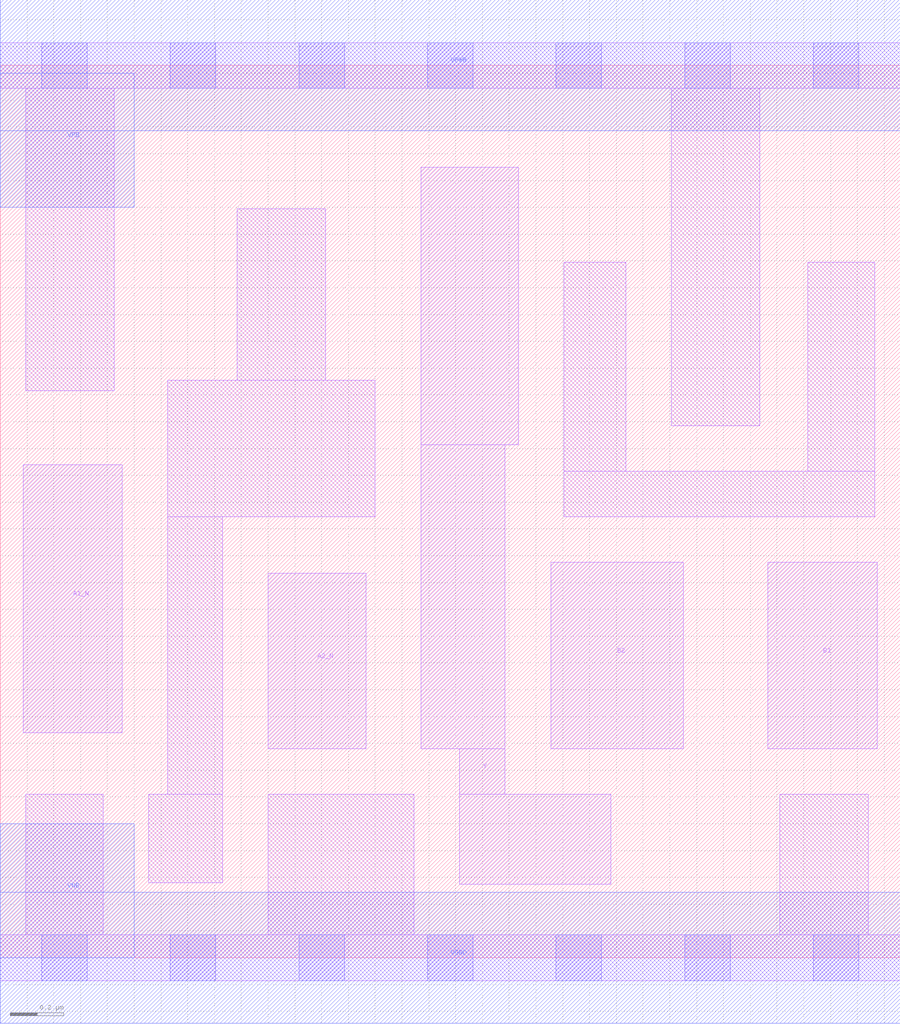
<source format=lef>
# Copyright 2020 The SkyWater PDK Authors
#
# Licensed under the Apache License, Version 2.0 (the "License");
# you may not use this file except in compliance with the License.
# You may obtain a copy of the License at
#
#     https://www.apache.org/licenses/LICENSE-2.0
#
# Unless required by applicable law or agreed to in writing, software
# distributed under the License is distributed on an "AS IS" BASIS,
# WITHOUT WARRANTIES OR CONDITIONS OF ANY KIND, either express or implied.
# See the License for the specific language governing permissions and
# limitations under the License.
#
# SPDX-License-Identifier: Apache-2.0

VERSION 5.5 ;
NAMESCASESENSITIVE ON ;
BUSBITCHARS "[]" ;
DIVIDERCHAR "/" ;
MACRO sky130_fd_sc_lp__a2bb2oi_0
  CLASS CORE ;
  SOURCE USER ;
  ORIGIN  0.000000  0.000000 ;
  SIZE  3.360000 BY  3.330000 ;
  SYMMETRY X Y R90 ;
  SITE unit ;
  PIN A1_N
    ANTENNAGATEAREA  0.159000 ;
    DIRECTION INPUT ;
    USE SIGNAL ;
    PORT
      LAYER li1 ;
        RECT 0.085000 0.840000 0.455000 1.840000 ;
    END
  END A1_N
  PIN A2_N
    ANTENNAGATEAREA  0.159000 ;
    DIRECTION INPUT ;
    USE SIGNAL ;
    PORT
      LAYER li1 ;
        RECT 1.000000 0.780000 1.365000 1.435000 ;
    END
  END A2_N
  PIN B1
    ANTENNAGATEAREA  0.159000 ;
    DIRECTION INPUT ;
    USE SIGNAL ;
    PORT
      LAYER li1 ;
        RECT 2.865000 0.780000 3.275000 1.475000 ;
    END
  END B1
  PIN B2
    ANTENNAGATEAREA  0.159000 ;
    DIRECTION INPUT ;
    USE SIGNAL ;
    PORT
      LAYER li1 ;
        RECT 2.055000 0.780000 2.550000 1.475000 ;
    END
  END B2
  PIN Y
    ANTENNADIFFAREA  0.287200 ;
    DIRECTION OUTPUT ;
    USE SIGNAL ;
    PORT
      LAYER li1 ;
        RECT 1.570000 0.780000 1.885000 1.915000 ;
        RECT 1.570000 1.915000 1.935000 2.950000 ;
        RECT 1.715000 0.275000 2.280000 0.610000 ;
        RECT 1.715000 0.610000 1.885000 0.780000 ;
    END
  END Y
  PIN VGND
    DIRECTION INOUT ;
    USE GROUND ;
    PORT
      LAYER met1 ;
        RECT 0.000000 -0.245000 3.360000 0.245000 ;
    END
  END VGND
  PIN VNB
    DIRECTION INOUT ;
    USE GROUND ;
    PORT
      LAYER met1 ;
        RECT 0.000000 0.000000 0.500000 0.500000 ;
    END
  END VNB
  PIN VPB
    DIRECTION INOUT ;
    USE POWER ;
    PORT
      LAYER met1 ;
        RECT 0.000000 2.800000 0.500000 3.300000 ;
    END
  END VPB
  PIN VPWR
    DIRECTION INOUT ;
    USE POWER ;
    PORT
      LAYER met1 ;
        RECT 0.000000 3.085000 3.360000 3.575000 ;
    END
  END VPWR
  OBS
    LAYER li1 ;
      RECT 0.000000 -0.085000 3.360000 0.085000 ;
      RECT 0.000000  3.245000 3.360000 3.415000 ;
      RECT 0.095000  0.085000 0.385000 0.610000 ;
      RECT 0.095000  2.115000 0.425000 3.245000 ;
      RECT 0.555000  0.280000 0.830000 0.610000 ;
      RECT 0.625000  0.610000 0.830000 1.645000 ;
      RECT 0.625000  1.645000 1.400000 2.155000 ;
      RECT 0.885000  2.155000 1.215000 2.795000 ;
      RECT 1.000000  0.085000 1.545000 0.610000 ;
      RECT 2.105000  1.645000 3.265000 1.815000 ;
      RECT 2.105000  1.815000 2.335000 2.595000 ;
      RECT 2.505000  1.985000 2.835000 3.245000 ;
      RECT 2.910000  0.085000 3.240000 0.610000 ;
      RECT 3.015000  1.815000 3.265000 2.595000 ;
    LAYER mcon ;
      RECT 0.155000 -0.085000 0.325000 0.085000 ;
      RECT 0.155000  3.245000 0.325000 3.415000 ;
      RECT 0.635000 -0.085000 0.805000 0.085000 ;
      RECT 0.635000  3.245000 0.805000 3.415000 ;
      RECT 1.115000 -0.085000 1.285000 0.085000 ;
      RECT 1.115000  3.245000 1.285000 3.415000 ;
      RECT 1.595000 -0.085000 1.765000 0.085000 ;
      RECT 1.595000  3.245000 1.765000 3.415000 ;
      RECT 2.075000 -0.085000 2.245000 0.085000 ;
      RECT 2.075000  3.245000 2.245000 3.415000 ;
      RECT 2.555000 -0.085000 2.725000 0.085000 ;
      RECT 2.555000  3.245000 2.725000 3.415000 ;
      RECT 3.035000 -0.085000 3.205000 0.085000 ;
      RECT 3.035000  3.245000 3.205000 3.415000 ;
  END
END sky130_fd_sc_lp__a2bb2oi_0

</source>
